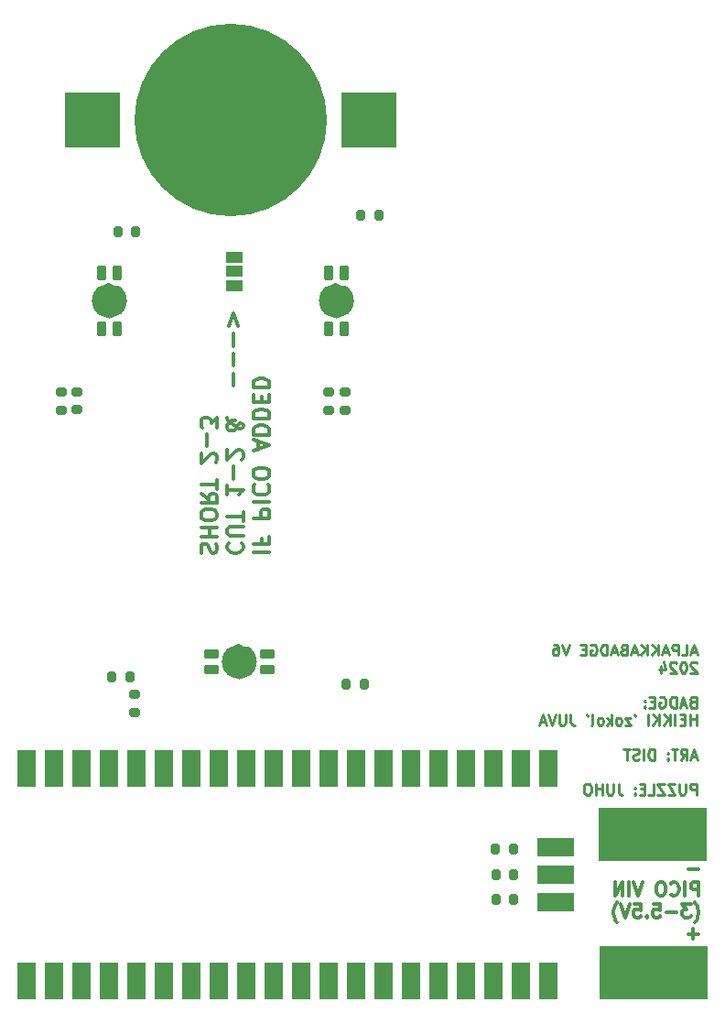
<source format=gbr>
%TF.GenerationSoftware,KiCad,Pcbnew,7.0.9*%
%TF.CreationDate,2024-01-25T10:25:39+02:00*%
%TF.ProjectId,ncscfi-badge2024,6e637363-6669-42d6-9261-646765323032,rev?*%
%TF.SameCoordinates,Original*%
%TF.FileFunction,Soldermask,Bot*%
%TF.FilePolarity,Negative*%
%FSLAX46Y46*%
G04 Gerber Fmt 4.6, Leading zero omitted, Abs format (unit mm)*
G04 Created by KiCad (PCBNEW 7.0.9) date 2024-01-25 10:25:39*
%MOMM*%
%LPD*%
G01*
G04 APERTURE LIST*
G04 Aperture macros list*
%AMRoundRect*
0 Rectangle with rounded corners*
0 $1 Rounding radius*
0 $2 $3 $4 $5 $6 $7 $8 $9 X,Y pos of 4 corners*
0 Add a 4 corners polygon primitive as box body*
4,1,4,$2,$3,$4,$5,$6,$7,$8,$9,$2,$3,0*
0 Add four circle primitives for the rounded corners*
1,1,$1+$1,$2,$3*
1,1,$1+$1,$4,$5*
1,1,$1+$1,$6,$7*
1,1,$1+$1,$8,$9*
0 Add four rect primitives between the rounded corners*
20,1,$1+$1,$2,$3,$4,$5,0*
20,1,$1+$1,$4,$5,$6,$7,0*
20,1,$1+$1,$6,$7,$8,$9,0*
20,1,$1+$1,$8,$9,$2,$3,0*%
G04 Aperture macros list end*
%ADD10C,0.300000*%
%ADD11C,0.250000*%
%ADD12C,1.650000*%
%ADD13R,1.500000X1.000000*%
%ADD14R,10.000000X5.000000*%
%ADD15RoundRect,0.200000X-0.275000X0.200000X-0.275000X-0.200000X0.275000X-0.200000X0.275000X0.200000X0*%
%ADD16RoundRect,0.200000X0.200000X0.275000X-0.200000X0.275000X-0.200000X-0.275000X0.200000X-0.275000X0*%
%ADD17RoundRect,0.200000X-0.200000X-0.275000X0.200000X-0.275000X0.200000X0.275000X-0.200000X0.275000X0*%
%ADD18R,3.500000X1.700000*%
%ADD19R,1.700000X3.500000*%
%ADD20RoundRect,0.100000X-0.300000X0.600000X-0.300000X-0.600000X0.300000X-0.600000X0.300000X0.600000X0*%
%ADD21RoundRect,0.100000X0.600000X0.300000X-0.600000X0.300000X-0.600000X-0.300000X0.600000X-0.300000X0*%
%ADD22R,5.100000X5.100000*%
%ADD23C,17.800000*%
G04 APERTURE END LIST*
D10*
X77705012Y-97917733D02*
X76752632Y-97917733D01*
X77705012Y-100406423D02*
X77705012Y-99156423D01*
X77705012Y-99156423D02*
X77228822Y-99156423D01*
X77228822Y-99156423D02*
X77109774Y-99215947D01*
X77109774Y-99215947D02*
X77050251Y-99275471D01*
X77050251Y-99275471D02*
X76990727Y-99394519D01*
X76990727Y-99394519D02*
X76990727Y-99573090D01*
X76990727Y-99573090D02*
X77050251Y-99692138D01*
X77050251Y-99692138D02*
X77109774Y-99751661D01*
X77109774Y-99751661D02*
X77228822Y-99811185D01*
X77228822Y-99811185D02*
X77705012Y-99811185D01*
X76455012Y-100406423D02*
X76455012Y-99156423D01*
X75145489Y-100287376D02*
X75205013Y-100346900D01*
X75205013Y-100346900D02*
X75383584Y-100406423D01*
X75383584Y-100406423D02*
X75502632Y-100406423D01*
X75502632Y-100406423D02*
X75681203Y-100346900D01*
X75681203Y-100346900D02*
X75800251Y-100227852D01*
X75800251Y-100227852D02*
X75859774Y-100108804D01*
X75859774Y-100108804D02*
X75919298Y-99870709D01*
X75919298Y-99870709D02*
X75919298Y-99692138D01*
X75919298Y-99692138D02*
X75859774Y-99454042D01*
X75859774Y-99454042D02*
X75800251Y-99334995D01*
X75800251Y-99334995D02*
X75681203Y-99215947D01*
X75681203Y-99215947D02*
X75502632Y-99156423D01*
X75502632Y-99156423D02*
X75383584Y-99156423D01*
X75383584Y-99156423D02*
X75205013Y-99215947D01*
X75205013Y-99215947D02*
X75145489Y-99275471D01*
X74371679Y-99156423D02*
X74133584Y-99156423D01*
X74133584Y-99156423D02*
X74014536Y-99215947D01*
X74014536Y-99215947D02*
X73895489Y-99334995D01*
X73895489Y-99334995D02*
X73835965Y-99573090D01*
X73835965Y-99573090D02*
X73835965Y-99989757D01*
X73835965Y-99989757D02*
X73895489Y-100227852D01*
X73895489Y-100227852D02*
X74014536Y-100346900D01*
X74014536Y-100346900D02*
X74133584Y-100406423D01*
X74133584Y-100406423D02*
X74371679Y-100406423D01*
X74371679Y-100406423D02*
X74490727Y-100346900D01*
X74490727Y-100346900D02*
X74609774Y-100227852D01*
X74609774Y-100227852D02*
X74669298Y-99989757D01*
X74669298Y-99989757D02*
X74669298Y-99573090D01*
X74669298Y-99573090D02*
X74609774Y-99334995D01*
X74609774Y-99334995D02*
X74490727Y-99215947D01*
X74490727Y-99215947D02*
X74371679Y-99156423D01*
X72526441Y-99156423D02*
X72109774Y-100406423D01*
X72109774Y-100406423D02*
X71693108Y-99156423D01*
X71276440Y-100406423D02*
X71276440Y-99156423D01*
X70681202Y-100406423D02*
X70681202Y-99156423D01*
X70681202Y-99156423D02*
X69966917Y-100406423D01*
X69966917Y-100406423D02*
X69966917Y-99156423D01*
X77347870Y-102895114D02*
X77407393Y-102835590D01*
X77407393Y-102835590D02*
X77526441Y-102657019D01*
X77526441Y-102657019D02*
X77585965Y-102537971D01*
X77585965Y-102537971D02*
X77645489Y-102359400D01*
X77645489Y-102359400D02*
X77705012Y-102061780D01*
X77705012Y-102061780D02*
X77705012Y-101823685D01*
X77705012Y-101823685D02*
X77645489Y-101526066D01*
X77645489Y-101526066D02*
X77585965Y-101347495D01*
X77585965Y-101347495D02*
X77526441Y-101228447D01*
X77526441Y-101228447D02*
X77407393Y-101049876D01*
X77407393Y-101049876D02*
X77347870Y-100990352D01*
X76990727Y-101168923D02*
X76216918Y-101168923D01*
X76216918Y-101168923D02*
X76633584Y-101645114D01*
X76633584Y-101645114D02*
X76455013Y-101645114D01*
X76455013Y-101645114D02*
X76335965Y-101704638D01*
X76335965Y-101704638D02*
X76276441Y-101764161D01*
X76276441Y-101764161D02*
X76216918Y-101883209D01*
X76216918Y-101883209D02*
X76216918Y-102180828D01*
X76216918Y-102180828D02*
X76276441Y-102299876D01*
X76276441Y-102299876D02*
X76335965Y-102359400D01*
X76335965Y-102359400D02*
X76455013Y-102418923D01*
X76455013Y-102418923D02*
X76812156Y-102418923D01*
X76812156Y-102418923D02*
X76931203Y-102359400D01*
X76931203Y-102359400D02*
X76990727Y-102299876D01*
X75681203Y-101942733D02*
X74728823Y-101942733D01*
X73538346Y-101168923D02*
X74133584Y-101168923D01*
X74133584Y-101168923D02*
X74193108Y-101764161D01*
X74193108Y-101764161D02*
X74133584Y-101704638D01*
X74133584Y-101704638D02*
X74014537Y-101645114D01*
X74014537Y-101645114D02*
X73716918Y-101645114D01*
X73716918Y-101645114D02*
X73597870Y-101704638D01*
X73597870Y-101704638D02*
X73538346Y-101764161D01*
X73538346Y-101764161D02*
X73478823Y-101883209D01*
X73478823Y-101883209D02*
X73478823Y-102180828D01*
X73478823Y-102180828D02*
X73538346Y-102299876D01*
X73538346Y-102299876D02*
X73597870Y-102359400D01*
X73597870Y-102359400D02*
X73716918Y-102418923D01*
X73716918Y-102418923D02*
X74014537Y-102418923D01*
X74014537Y-102418923D02*
X74133584Y-102359400D01*
X74133584Y-102359400D02*
X74193108Y-102299876D01*
X72943108Y-102299876D02*
X72883585Y-102359400D01*
X72883585Y-102359400D02*
X72943108Y-102418923D01*
X72943108Y-102418923D02*
X73002632Y-102359400D01*
X73002632Y-102359400D02*
X72943108Y-102299876D01*
X72943108Y-102299876D02*
X72943108Y-102418923D01*
X71752632Y-101168923D02*
X72347870Y-101168923D01*
X72347870Y-101168923D02*
X72407394Y-101764161D01*
X72407394Y-101764161D02*
X72347870Y-101704638D01*
X72347870Y-101704638D02*
X72228823Y-101645114D01*
X72228823Y-101645114D02*
X71931204Y-101645114D01*
X71931204Y-101645114D02*
X71812156Y-101704638D01*
X71812156Y-101704638D02*
X71752632Y-101764161D01*
X71752632Y-101764161D02*
X71693109Y-101883209D01*
X71693109Y-101883209D02*
X71693109Y-102180828D01*
X71693109Y-102180828D02*
X71752632Y-102299876D01*
X71752632Y-102299876D02*
X71812156Y-102359400D01*
X71812156Y-102359400D02*
X71931204Y-102418923D01*
X71931204Y-102418923D02*
X72228823Y-102418923D01*
X72228823Y-102418923D02*
X72347870Y-102359400D01*
X72347870Y-102359400D02*
X72407394Y-102299876D01*
X71335966Y-101168923D02*
X70919299Y-102418923D01*
X70919299Y-102418923D02*
X70502633Y-101168923D01*
X70205013Y-102895114D02*
X70145489Y-102835590D01*
X70145489Y-102835590D02*
X70026442Y-102657019D01*
X70026442Y-102657019D02*
X69966918Y-102537971D01*
X69966918Y-102537971D02*
X69907394Y-102359400D01*
X69907394Y-102359400D02*
X69847870Y-102061780D01*
X69847870Y-102061780D02*
X69847870Y-101823685D01*
X69847870Y-101823685D02*
X69907394Y-101526066D01*
X69907394Y-101526066D02*
X69966918Y-101347495D01*
X69966918Y-101347495D02*
X70026442Y-101228447D01*
X70026442Y-101228447D02*
X70145489Y-101049876D01*
X70145489Y-101049876D02*
X70205013Y-100990352D01*
X77705012Y-103955233D02*
X76752632Y-103955233D01*
X77228822Y-104431423D02*
X77228822Y-103479042D01*
X36529171Y-68645489D02*
X38029171Y-68645489D01*
X37314885Y-67431203D02*
X37314885Y-67931203D01*
X36529171Y-67931203D02*
X38029171Y-67931203D01*
X38029171Y-67931203D02*
X38029171Y-67216917D01*
X36529171Y-65502632D02*
X38029171Y-65502632D01*
X38029171Y-65502632D02*
X38029171Y-64931203D01*
X38029171Y-64931203D02*
X37957742Y-64788346D01*
X37957742Y-64788346D02*
X37886314Y-64716917D01*
X37886314Y-64716917D02*
X37743457Y-64645489D01*
X37743457Y-64645489D02*
X37529171Y-64645489D01*
X37529171Y-64645489D02*
X37386314Y-64716917D01*
X37386314Y-64716917D02*
X37314885Y-64788346D01*
X37314885Y-64788346D02*
X37243457Y-64931203D01*
X37243457Y-64931203D02*
X37243457Y-65502632D01*
X36529171Y-64002632D02*
X38029171Y-64002632D01*
X36672028Y-62431203D02*
X36600600Y-62502631D01*
X36600600Y-62502631D02*
X36529171Y-62716917D01*
X36529171Y-62716917D02*
X36529171Y-62859774D01*
X36529171Y-62859774D02*
X36600600Y-63074060D01*
X36600600Y-63074060D02*
X36743457Y-63216917D01*
X36743457Y-63216917D02*
X36886314Y-63288346D01*
X36886314Y-63288346D02*
X37172028Y-63359774D01*
X37172028Y-63359774D02*
X37386314Y-63359774D01*
X37386314Y-63359774D02*
X37672028Y-63288346D01*
X37672028Y-63288346D02*
X37814885Y-63216917D01*
X37814885Y-63216917D02*
X37957742Y-63074060D01*
X37957742Y-63074060D02*
X38029171Y-62859774D01*
X38029171Y-62859774D02*
X38029171Y-62716917D01*
X38029171Y-62716917D02*
X37957742Y-62502631D01*
X37957742Y-62502631D02*
X37886314Y-62431203D01*
X38029171Y-61502631D02*
X38029171Y-61216917D01*
X38029171Y-61216917D02*
X37957742Y-61074060D01*
X37957742Y-61074060D02*
X37814885Y-60931203D01*
X37814885Y-60931203D02*
X37529171Y-60859774D01*
X37529171Y-60859774D02*
X37029171Y-60859774D01*
X37029171Y-60859774D02*
X36743457Y-60931203D01*
X36743457Y-60931203D02*
X36600600Y-61074060D01*
X36600600Y-61074060D02*
X36529171Y-61216917D01*
X36529171Y-61216917D02*
X36529171Y-61502631D01*
X36529171Y-61502631D02*
X36600600Y-61645489D01*
X36600600Y-61645489D02*
X36743457Y-61788346D01*
X36743457Y-61788346D02*
X37029171Y-61859774D01*
X37029171Y-61859774D02*
X37529171Y-61859774D01*
X37529171Y-61859774D02*
X37814885Y-61788346D01*
X37814885Y-61788346D02*
X37957742Y-61645489D01*
X37957742Y-61645489D02*
X38029171Y-61502631D01*
X36957742Y-59145488D02*
X36957742Y-58431203D01*
X36529171Y-59288345D02*
X38029171Y-58788345D01*
X38029171Y-58788345D02*
X36529171Y-58288345D01*
X36529171Y-57788346D02*
X38029171Y-57788346D01*
X38029171Y-57788346D02*
X38029171Y-57431203D01*
X38029171Y-57431203D02*
X37957742Y-57216917D01*
X37957742Y-57216917D02*
X37814885Y-57074060D01*
X37814885Y-57074060D02*
X37672028Y-57002631D01*
X37672028Y-57002631D02*
X37386314Y-56931203D01*
X37386314Y-56931203D02*
X37172028Y-56931203D01*
X37172028Y-56931203D02*
X36886314Y-57002631D01*
X36886314Y-57002631D02*
X36743457Y-57074060D01*
X36743457Y-57074060D02*
X36600600Y-57216917D01*
X36600600Y-57216917D02*
X36529171Y-57431203D01*
X36529171Y-57431203D02*
X36529171Y-57788346D01*
X36529171Y-56288346D02*
X38029171Y-56288346D01*
X38029171Y-56288346D02*
X38029171Y-55931203D01*
X38029171Y-55931203D02*
X37957742Y-55716917D01*
X37957742Y-55716917D02*
X37814885Y-55574060D01*
X37814885Y-55574060D02*
X37672028Y-55502631D01*
X37672028Y-55502631D02*
X37386314Y-55431203D01*
X37386314Y-55431203D02*
X37172028Y-55431203D01*
X37172028Y-55431203D02*
X36886314Y-55502631D01*
X36886314Y-55502631D02*
X36743457Y-55574060D01*
X36743457Y-55574060D02*
X36600600Y-55716917D01*
X36600600Y-55716917D02*
X36529171Y-55931203D01*
X36529171Y-55931203D02*
X36529171Y-56288346D01*
X37314885Y-54788346D02*
X37314885Y-54288346D01*
X36529171Y-54074060D02*
X36529171Y-54788346D01*
X36529171Y-54788346D02*
X38029171Y-54788346D01*
X38029171Y-54788346D02*
X38029171Y-54074060D01*
X36529171Y-53431203D02*
X38029171Y-53431203D01*
X38029171Y-53431203D02*
X38029171Y-53074060D01*
X38029171Y-53074060D02*
X37957742Y-52859774D01*
X37957742Y-52859774D02*
X37814885Y-52716917D01*
X37814885Y-52716917D02*
X37672028Y-52645488D01*
X37672028Y-52645488D02*
X37386314Y-52574060D01*
X37386314Y-52574060D02*
X37172028Y-52574060D01*
X37172028Y-52574060D02*
X36886314Y-52645488D01*
X36886314Y-52645488D02*
X36743457Y-52716917D01*
X36743457Y-52716917D02*
X36600600Y-52859774D01*
X36600600Y-52859774D02*
X36529171Y-53074060D01*
X36529171Y-53074060D02*
X36529171Y-53431203D01*
X34257028Y-67788346D02*
X34185600Y-67859774D01*
X34185600Y-67859774D02*
X34114171Y-68074060D01*
X34114171Y-68074060D02*
X34114171Y-68216917D01*
X34114171Y-68216917D02*
X34185600Y-68431203D01*
X34185600Y-68431203D02*
X34328457Y-68574060D01*
X34328457Y-68574060D02*
X34471314Y-68645489D01*
X34471314Y-68645489D02*
X34757028Y-68716917D01*
X34757028Y-68716917D02*
X34971314Y-68716917D01*
X34971314Y-68716917D02*
X35257028Y-68645489D01*
X35257028Y-68645489D02*
X35399885Y-68574060D01*
X35399885Y-68574060D02*
X35542742Y-68431203D01*
X35542742Y-68431203D02*
X35614171Y-68216917D01*
X35614171Y-68216917D02*
X35614171Y-68074060D01*
X35614171Y-68074060D02*
X35542742Y-67859774D01*
X35542742Y-67859774D02*
X35471314Y-67788346D01*
X35614171Y-67145489D02*
X34399885Y-67145489D01*
X34399885Y-67145489D02*
X34257028Y-67074060D01*
X34257028Y-67074060D02*
X34185600Y-67002632D01*
X34185600Y-67002632D02*
X34114171Y-66859774D01*
X34114171Y-66859774D02*
X34114171Y-66574060D01*
X34114171Y-66574060D02*
X34185600Y-66431203D01*
X34185600Y-66431203D02*
X34257028Y-66359774D01*
X34257028Y-66359774D02*
X34399885Y-66288346D01*
X34399885Y-66288346D02*
X35614171Y-66288346D01*
X35614171Y-65788345D02*
X35614171Y-64931203D01*
X34114171Y-65359774D02*
X35614171Y-65359774D01*
X34114171Y-62502631D02*
X34114171Y-63359774D01*
X34114171Y-62931203D02*
X35614171Y-62931203D01*
X35614171Y-62931203D02*
X35399885Y-63074060D01*
X35399885Y-63074060D02*
X35257028Y-63216917D01*
X35257028Y-63216917D02*
X35185600Y-63359774D01*
X34685600Y-61859775D02*
X34685600Y-60716918D01*
X35471314Y-60074060D02*
X35542742Y-60002632D01*
X35542742Y-60002632D02*
X35614171Y-59859775D01*
X35614171Y-59859775D02*
X35614171Y-59502632D01*
X35614171Y-59502632D02*
X35542742Y-59359775D01*
X35542742Y-59359775D02*
X35471314Y-59288346D01*
X35471314Y-59288346D02*
X35328457Y-59216917D01*
X35328457Y-59216917D02*
X35185600Y-59216917D01*
X35185600Y-59216917D02*
X34971314Y-59288346D01*
X34971314Y-59288346D02*
X34114171Y-60145489D01*
X34114171Y-60145489D02*
X34114171Y-59216917D01*
X34114171Y-56216918D02*
X34114171Y-56288347D01*
X34114171Y-56288347D02*
X34185600Y-56431204D01*
X34185600Y-56431204D02*
X34399885Y-56645489D01*
X34399885Y-56645489D02*
X34828457Y-57002632D01*
X34828457Y-57002632D02*
X35042742Y-57145489D01*
X35042742Y-57145489D02*
X35257028Y-57216918D01*
X35257028Y-57216918D02*
X35399885Y-57216918D01*
X35399885Y-57216918D02*
X35542742Y-57145489D01*
X35542742Y-57145489D02*
X35614171Y-57002632D01*
X35614171Y-57002632D02*
X35614171Y-56931204D01*
X35614171Y-56931204D02*
X35542742Y-56788347D01*
X35542742Y-56788347D02*
X35399885Y-56716918D01*
X35399885Y-56716918D02*
X35328457Y-56716918D01*
X35328457Y-56716918D02*
X35185600Y-56788347D01*
X35185600Y-56788347D02*
X35114171Y-56859775D01*
X35114171Y-56859775D02*
X34828457Y-57288347D01*
X34828457Y-57288347D02*
X34757028Y-57359775D01*
X34757028Y-57359775D02*
X34614171Y-57431204D01*
X34614171Y-57431204D02*
X34399885Y-57431204D01*
X34399885Y-57431204D02*
X34257028Y-57359775D01*
X34257028Y-57359775D02*
X34185600Y-57288347D01*
X34185600Y-57288347D02*
X34114171Y-57145489D01*
X34114171Y-57145489D02*
X34114171Y-56931204D01*
X34114171Y-56931204D02*
X34185600Y-56788347D01*
X34185600Y-56788347D02*
X34257028Y-56716918D01*
X34257028Y-56716918D02*
X34542742Y-56502632D01*
X34542742Y-56502632D02*
X34757028Y-56431204D01*
X34757028Y-56431204D02*
X34899885Y-56431204D01*
X34685600Y-53288347D02*
X34685600Y-52145490D01*
X34685600Y-51431204D02*
X34685600Y-50288347D01*
X34685600Y-49574061D02*
X34685600Y-48431204D01*
X35114171Y-47716918D02*
X34685600Y-46574061D01*
X34685600Y-46574061D02*
X34257028Y-47716918D01*
X31770600Y-68716917D02*
X31699171Y-68502632D01*
X31699171Y-68502632D02*
X31699171Y-68145489D01*
X31699171Y-68145489D02*
X31770600Y-68002632D01*
X31770600Y-68002632D02*
X31842028Y-67931203D01*
X31842028Y-67931203D02*
X31984885Y-67859774D01*
X31984885Y-67859774D02*
X32127742Y-67859774D01*
X32127742Y-67859774D02*
X32270600Y-67931203D01*
X32270600Y-67931203D02*
X32342028Y-68002632D01*
X32342028Y-68002632D02*
X32413457Y-68145489D01*
X32413457Y-68145489D02*
X32484885Y-68431203D01*
X32484885Y-68431203D02*
X32556314Y-68574060D01*
X32556314Y-68574060D02*
X32627742Y-68645489D01*
X32627742Y-68645489D02*
X32770600Y-68716917D01*
X32770600Y-68716917D02*
X32913457Y-68716917D01*
X32913457Y-68716917D02*
X33056314Y-68645489D01*
X33056314Y-68645489D02*
X33127742Y-68574060D01*
X33127742Y-68574060D02*
X33199171Y-68431203D01*
X33199171Y-68431203D02*
X33199171Y-68074060D01*
X33199171Y-68074060D02*
X33127742Y-67859774D01*
X31699171Y-67216918D02*
X33199171Y-67216918D01*
X32484885Y-67216918D02*
X32484885Y-66359775D01*
X31699171Y-66359775D02*
X33199171Y-66359775D01*
X33199171Y-65359774D02*
X33199171Y-65074060D01*
X33199171Y-65074060D02*
X33127742Y-64931203D01*
X33127742Y-64931203D02*
X32984885Y-64788346D01*
X32984885Y-64788346D02*
X32699171Y-64716917D01*
X32699171Y-64716917D02*
X32199171Y-64716917D01*
X32199171Y-64716917D02*
X31913457Y-64788346D01*
X31913457Y-64788346D02*
X31770600Y-64931203D01*
X31770600Y-64931203D02*
X31699171Y-65074060D01*
X31699171Y-65074060D02*
X31699171Y-65359774D01*
X31699171Y-65359774D02*
X31770600Y-65502632D01*
X31770600Y-65502632D02*
X31913457Y-65645489D01*
X31913457Y-65645489D02*
X32199171Y-65716917D01*
X32199171Y-65716917D02*
X32699171Y-65716917D01*
X32699171Y-65716917D02*
X32984885Y-65645489D01*
X32984885Y-65645489D02*
X33127742Y-65502632D01*
X33127742Y-65502632D02*
X33199171Y-65359774D01*
X31699171Y-63216917D02*
X32413457Y-63716917D01*
X31699171Y-64074060D02*
X33199171Y-64074060D01*
X33199171Y-64074060D02*
X33199171Y-63502631D01*
X33199171Y-63502631D02*
X33127742Y-63359774D01*
X33127742Y-63359774D02*
X33056314Y-63288345D01*
X33056314Y-63288345D02*
X32913457Y-63216917D01*
X32913457Y-63216917D02*
X32699171Y-63216917D01*
X32699171Y-63216917D02*
X32556314Y-63288345D01*
X32556314Y-63288345D02*
X32484885Y-63359774D01*
X32484885Y-63359774D02*
X32413457Y-63502631D01*
X32413457Y-63502631D02*
X32413457Y-64074060D01*
X33199171Y-62788345D02*
X33199171Y-61931203D01*
X31699171Y-62359774D02*
X33199171Y-62359774D01*
X33056314Y-60359774D02*
X33127742Y-60288346D01*
X33127742Y-60288346D02*
X33199171Y-60145489D01*
X33199171Y-60145489D02*
X33199171Y-59788346D01*
X33199171Y-59788346D02*
X33127742Y-59645489D01*
X33127742Y-59645489D02*
X33056314Y-59574060D01*
X33056314Y-59574060D02*
X32913457Y-59502631D01*
X32913457Y-59502631D02*
X32770600Y-59502631D01*
X32770600Y-59502631D02*
X32556314Y-59574060D01*
X32556314Y-59574060D02*
X31699171Y-60431203D01*
X31699171Y-60431203D02*
X31699171Y-59502631D01*
X32270600Y-58859775D02*
X32270600Y-57716918D01*
X33199171Y-57145489D02*
X33199171Y-56216917D01*
X33199171Y-56216917D02*
X32627742Y-56716917D01*
X32627742Y-56716917D02*
X32627742Y-56502632D01*
X32627742Y-56502632D02*
X32556314Y-56359775D01*
X32556314Y-56359775D02*
X32484885Y-56288346D01*
X32484885Y-56288346D02*
X32342028Y-56216917D01*
X32342028Y-56216917D02*
X31984885Y-56216917D01*
X31984885Y-56216917D02*
X31842028Y-56288346D01*
X31842028Y-56288346D02*
X31770600Y-56359775D01*
X31770600Y-56359775D02*
X31699171Y-56502632D01*
X31699171Y-56502632D02*
X31699171Y-56931203D01*
X31699171Y-56931203D02*
X31770600Y-57074060D01*
X31770600Y-57074060D02*
X31842028Y-57145489D01*
D11*
X77545050Y-77898904D02*
X77068860Y-77898904D01*
X77640288Y-78184619D02*
X77306955Y-77184619D01*
X77306955Y-77184619D02*
X76973622Y-78184619D01*
X76164098Y-78184619D02*
X76640288Y-78184619D01*
X76640288Y-78184619D02*
X76640288Y-77184619D01*
X75830764Y-78184619D02*
X75830764Y-77184619D01*
X75830764Y-77184619D02*
X75449812Y-77184619D01*
X75449812Y-77184619D02*
X75354574Y-77232238D01*
X75354574Y-77232238D02*
X75306955Y-77279857D01*
X75306955Y-77279857D02*
X75259336Y-77375095D01*
X75259336Y-77375095D02*
X75259336Y-77517952D01*
X75259336Y-77517952D02*
X75306955Y-77613190D01*
X75306955Y-77613190D02*
X75354574Y-77660809D01*
X75354574Y-77660809D02*
X75449812Y-77708428D01*
X75449812Y-77708428D02*
X75830764Y-77708428D01*
X74878383Y-77898904D02*
X74402193Y-77898904D01*
X74973621Y-78184619D02*
X74640288Y-77184619D01*
X74640288Y-77184619D02*
X74306955Y-78184619D01*
X73973621Y-78184619D02*
X73973621Y-77184619D01*
X73402193Y-78184619D02*
X73830764Y-77613190D01*
X73402193Y-77184619D02*
X73973621Y-77756047D01*
X72973621Y-78184619D02*
X72973621Y-77184619D01*
X72402193Y-78184619D02*
X72830764Y-77613190D01*
X72402193Y-77184619D02*
X72973621Y-77756047D01*
X72021240Y-77898904D02*
X71545050Y-77898904D01*
X72116478Y-78184619D02*
X71783145Y-77184619D01*
X71783145Y-77184619D02*
X71449812Y-78184619D01*
X70783145Y-77660809D02*
X70640288Y-77708428D01*
X70640288Y-77708428D02*
X70592669Y-77756047D01*
X70592669Y-77756047D02*
X70545050Y-77851285D01*
X70545050Y-77851285D02*
X70545050Y-77994142D01*
X70545050Y-77994142D02*
X70592669Y-78089380D01*
X70592669Y-78089380D02*
X70640288Y-78137000D01*
X70640288Y-78137000D02*
X70735526Y-78184619D01*
X70735526Y-78184619D02*
X71116478Y-78184619D01*
X71116478Y-78184619D02*
X71116478Y-77184619D01*
X71116478Y-77184619D02*
X70783145Y-77184619D01*
X70783145Y-77184619D02*
X70687907Y-77232238D01*
X70687907Y-77232238D02*
X70640288Y-77279857D01*
X70640288Y-77279857D02*
X70592669Y-77375095D01*
X70592669Y-77375095D02*
X70592669Y-77470333D01*
X70592669Y-77470333D02*
X70640288Y-77565571D01*
X70640288Y-77565571D02*
X70687907Y-77613190D01*
X70687907Y-77613190D02*
X70783145Y-77660809D01*
X70783145Y-77660809D02*
X71116478Y-77660809D01*
X70164097Y-77898904D02*
X69687907Y-77898904D01*
X70259335Y-78184619D02*
X69926002Y-77184619D01*
X69926002Y-77184619D02*
X69592669Y-78184619D01*
X69259335Y-78184619D02*
X69259335Y-77184619D01*
X69259335Y-77184619D02*
X69021240Y-77184619D01*
X69021240Y-77184619D02*
X68878383Y-77232238D01*
X68878383Y-77232238D02*
X68783145Y-77327476D01*
X68783145Y-77327476D02*
X68735526Y-77422714D01*
X68735526Y-77422714D02*
X68687907Y-77613190D01*
X68687907Y-77613190D02*
X68687907Y-77756047D01*
X68687907Y-77756047D02*
X68735526Y-77946523D01*
X68735526Y-77946523D02*
X68783145Y-78041761D01*
X68783145Y-78041761D02*
X68878383Y-78137000D01*
X68878383Y-78137000D02*
X69021240Y-78184619D01*
X69021240Y-78184619D02*
X69259335Y-78184619D01*
X67735526Y-77232238D02*
X67830764Y-77184619D01*
X67830764Y-77184619D02*
X67973621Y-77184619D01*
X67973621Y-77184619D02*
X68116478Y-77232238D01*
X68116478Y-77232238D02*
X68211716Y-77327476D01*
X68211716Y-77327476D02*
X68259335Y-77422714D01*
X68259335Y-77422714D02*
X68306954Y-77613190D01*
X68306954Y-77613190D02*
X68306954Y-77756047D01*
X68306954Y-77756047D02*
X68259335Y-77946523D01*
X68259335Y-77946523D02*
X68211716Y-78041761D01*
X68211716Y-78041761D02*
X68116478Y-78137000D01*
X68116478Y-78137000D02*
X67973621Y-78184619D01*
X67973621Y-78184619D02*
X67878383Y-78184619D01*
X67878383Y-78184619D02*
X67735526Y-78137000D01*
X67735526Y-78137000D02*
X67687907Y-78089380D01*
X67687907Y-78089380D02*
X67687907Y-77756047D01*
X67687907Y-77756047D02*
X67878383Y-77756047D01*
X67259335Y-77660809D02*
X66926002Y-77660809D01*
X66783145Y-78184619D02*
X67259335Y-78184619D01*
X67259335Y-78184619D02*
X67259335Y-77184619D01*
X67259335Y-77184619D02*
X66783145Y-77184619D01*
X65735525Y-77184619D02*
X65402192Y-78184619D01*
X65402192Y-78184619D02*
X65068859Y-77184619D01*
X64306954Y-77184619D02*
X64497430Y-77184619D01*
X64497430Y-77184619D02*
X64592668Y-77232238D01*
X64592668Y-77232238D02*
X64640287Y-77279857D01*
X64640287Y-77279857D02*
X64735525Y-77422714D01*
X64735525Y-77422714D02*
X64783144Y-77613190D01*
X64783144Y-77613190D02*
X64783144Y-77994142D01*
X64783144Y-77994142D02*
X64735525Y-78089380D01*
X64735525Y-78089380D02*
X64687906Y-78137000D01*
X64687906Y-78137000D02*
X64592668Y-78184619D01*
X64592668Y-78184619D02*
X64402192Y-78184619D01*
X64402192Y-78184619D02*
X64306954Y-78137000D01*
X64306954Y-78137000D02*
X64259335Y-78089380D01*
X64259335Y-78089380D02*
X64211716Y-77994142D01*
X64211716Y-77994142D02*
X64211716Y-77756047D01*
X64211716Y-77756047D02*
X64259335Y-77660809D01*
X64259335Y-77660809D02*
X64306954Y-77613190D01*
X64306954Y-77613190D02*
X64402192Y-77565571D01*
X64402192Y-77565571D02*
X64592668Y-77565571D01*
X64592668Y-77565571D02*
X64687906Y-77613190D01*
X64687906Y-77613190D02*
X64735525Y-77660809D01*
X64735525Y-77660809D02*
X64783144Y-77756047D01*
X77545050Y-78889857D02*
X77497431Y-78842238D01*
X77497431Y-78842238D02*
X77402193Y-78794619D01*
X77402193Y-78794619D02*
X77164098Y-78794619D01*
X77164098Y-78794619D02*
X77068860Y-78842238D01*
X77068860Y-78842238D02*
X77021241Y-78889857D01*
X77021241Y-78889857D02*
X76973622Y-78985095D01*
X76973622Y-78985095D02*
X76973622Y-79080333D01*
X76973622Y-79080333D02*
X77021241Y-79223190D01*
X77021241Y-79223190D02*
X77592669Y-79794619D01*
X77592669Y-79794619D02*
X76973622Y-79794619D01*
X76354574Y-78794619D02*
X76259336Y-78794619D01*
X76259336Y-78794619D02*
X76164098Y-78842238D01*
X76164098Y-78842238D02*
X76116479Y-78889857D01*
X76116479Y-78889857D02*
X76068860Y-78985095D01*
X76068860Y-78985095D02*
X76021241Y-79175571D01*
X76021241Y-79175571D02*
X76021241Y-79413666D01*
X76021241Y-79413666D02*
X76068860Y-79604142D01*
X76068860Y-79604142D02*
X76116479Y-79699380D01*
X76116479Y-79699380D02*
X76164098Y-79747000D01*
X76164098Y-79747000D02*
X76259336Y-79794619D01*
X76259336Y-79794619D02*
X76354574Y-79794619D01*
X76354574Y-79794619D02*
X76449812Y-79747000D01*
X76449812Y-79747000D02*
X76497431Y-79699380D01*
X76497431Y-79699380D02*
X76545050Y-79604142D01*
X76545050Y-79604142D02*
X76592669Y-79413666D01*
X76592669Y-79413666D02*
X76592669Y-79175571D01*
X76592669Y-79175571D02*
X76545050Y-78985095D01*
X76545050Y-78985095D02*
X76497431Y-78889857D01*
X76497431Y-78889857D02*
X76449812Y-78842238D01*
X76449812Y-78842238D02*
X76354574Y-78794619D01*
X75640288Y-78889857D02*
X75592669Y-78842238D01*
X75592669Y-78842238D02*
X75497431Y-78794619D01*
X75497431Y-78794619D02*
X75259336Y-78794619D01*
X75259336Y-78794619D02*
X75164098Y-78842238D01*
X75164098Y-78842238D02*
X75116479Y-78889857D01*
X75116479Y-78889857D02*
X75068860Y-78985095D01*
X75068860Y-78985095D02*
X75068860Y-79080333D01*
X75068860Y-79080333D02*
X75116479Y-79223190D01*
X75116479Y-79223190D02*
X75687907Y-79794619D01*
X75687907Y-79794619D02*
X75068860Y-79794619D01*
X74211717Y-79127952D02*
X74211717Y-79794619D01*
X74449812Y-78747000D02*
X74687907Y-79461285D01*
X74687907Y-79461285D02*
X74068860Y-79461285D01*
X77164098Y-82490809D02*
X77021241Y-82538428D01*
X77021241Y-82538428D02*
X76973622Y-82586047D01*
X76973622Y-82586047D02*
X76926003Y-82681285D01*
X76926003Y-82681285D02*
X76926003Y-82824142D01*
X76926003Y-82824142D02*
X76973622Y-82919380D01*
X76973622Y-82919380D02*
X77021241Y-82967000D01*
X77021241Y-82967000D02*
X77116479Y-83014619D01*
X77116479Y-83014619D02*
X77497431Y-83014619D01*
X77497431Y-83014619D02*
X77497431Y-82014619D01*
X77497431Y-82014619D02*
X77164098Y-82014619D01*
X77164098Y-82014619D02*
X77068860Y-82062238D01*
X77068860Y-82062238D02*
X77021241Y-82109857D01*
X77021241Y-82109857D02*
X76973622Y-82205095D01*
X76973622Y-82205095D02*
X76973622Y-82300333D01*
X76973622Y-82300333D02*
X77021241Y-82395571D01*
X77021241Y-82395571D02*
X77068860Y-82443190D01*
X77068860Y-82443190D02*
X77164098Y-82490809D01*
X77164098Y-82490809D02*
X77497431Y-82490809D01*
X76545050Y-82728904D02*
X76068860Y-82728904D01*
X76640288Y-83014619D02*
X76306955Y-82014619D01*
X76306955Y-82014619D02*
X75973622Y-83014619D01*
X75640288Y-83014619D02*
X75640288Y-82014619D01*
X75640288Y-82014619D02*
X75402193Y-82014619D01*
X75402193Y-82014619D02*
X75259336Y-82062238D01*
X75259336Y-82062238D02*
X75164098Y-82157476D01*
X75164098Y-82157476D02*
X75116479Y-82252714D01*
X75116479Y-82252714D02*
X75068860Y-82443190D01*
X75068860Y-82443190D02*
X75068860Y-82586047D01*
X75068860Y-82586047D02*
X75116479Y-82776523D01*
X75116479Y-82776523D02*
X75164098Y-82871761D01*
X75164098Y-82871761D02*
X75259336Y-82967000D01*
X75259336Y-82967000D02*
X75402193Y-83014619D01*
X75402193Y-83014619D02*
X75640288Y-83014619D01*
X74116479Y-82062238D02*
X74211717Y-82014619D01*
X74211717Y-82014619D02*
X74354574Y-82014619D01*
X74354574Y-82014619D02*
X74497431Y-82062238D01*
X74497431Y-82062238D02*
X74592669Y-82157476D01*
X74592669Y-82157476D02*
X74640288Y-82252714D01*
X74640288Y-82252714D02*
X74687907Y-82443190D01*
X74687907Y-82443190D02*
X74687907Y-82586047D01*
X74687907Y-82586047D02*
X74640288Y-82776523D01*
X74640288Y-82776523D02*
X74592669Y-82871761D01*
X74592669Y-82871761D02*
X74497431Y-82967000D01*
X74497431Y-82967000D02*
X74354574Y-83014619D01*
X74354574Y-83014619D02*
X74259336Y-83014619D01*
X74259336Y-83014619D02*
X74116479Y-82967000D01*
X74116479Y-82967000D02*
X74068860Y-82919380D01*
X74068860Y-82919380D02*
X74068860Y-82586047D01*
X74068860Y-82586047D02*
X74259336Y-82586047D01*
X73640288Y-82490809D02*
X73306955Y-82490809D01*
X73164098Y-83014619D02*
X73640288Y-83014619D01*
X73640288Y-83014619D02*
X73640288Y-82014619D01*
X73640288Y-82014619D02*
X73164098Y-82014619D01*
X72735526Y-82919380D02*
X72687907Y-82967000D01*
X72687907Y-82967000D02*
X72735526Y-83014619D01*
X72735526Y-83014619D02*
X72783145Y-82967000D01*
X72783145Y-82967000D02*
X72735526Y-82919380D01*
X72735526Y-82919380D02*
X72735526Y-83014619D01*
X72735526Y-82395571D02*
X72687907Y-82443190D01*
X72687907Y-82443190D02*
X72735526Y-82490809D01*
X72735526Y-82490809D02*
X72783145Y-82443190D01*
X72783145Y-82443190D02*
X72735526Y-82395571D01*
X72735526Y-82395571D02*
X72735526Y-82490809D01*
X77497431Y-84624619D02*
X77497431Y-83624619D01*
X77497431Y-84100809D02*
X76926003Y-84100809D01*
X76926003Y-84624619D02*
X76926003Y-83624619D01*
X76449812Y-84100809D02*
X76116479Y-84100809D01*
X75973622Y-84624619D02*
X76449812Y-84624619D01*
X76449812Y-84624619D02*
X76449812Y-83624619D01*
X76449812Y-83624619D02*
X75973622Y-83624619D01*
X75545050Y-84624619D02*
X75545050Y-83624619D01*
X75068860Y-84624619D02*
X75068860Y-83624619D01*
X74497432Y-84624619D02*
X74926003Y-84053190D01*
X74497432Y-83624619D02*
X75068860Y-84196047D01*
X74068860Y-84624619D02*
X74068860Y-83624619D01*
X73497432Y-84624619D02*
X73926003Y-84053190D01*
X73497432Y-83624619D02*
X74068860Y-84196047D01*
X73068860Y-84624619D02*
X73068860Y-83624619D01*
X71783146Y-83624619D02*
X71878384Y-83815095D01*
X71449813Y-83957952D02*
X70926004Y-83957952D01*
X70926004Y-83957952D02*
X71449813Y-84624619D01*
X71449813Y-84624619D02*
X70926004Y-84624619D01*
X70402194Y-84624619D02*
X70497432Y-84577000D01*
X70497432Y-84577000D02*
X70545051Y-84529380D01*
X70545051Y-84529380D02*
X70592670Y-84434142D01*
X70592670Y-84434142D02*
X70592670Y-84148428D01*
X70592670Y-84148428D02*
X70545051Y-84053190D01*
X70545051Y-84053190D02*
X70497432Y-84005571D01*
X70497432Y-84005571D02*
X70402194Y-83957952D01*
X70402194Y-83957952D02*
X70259337Y-83957952D01*
X70259337Y-83957952D02*
X70164099Y-84005571D01*
X70164099Y-84005571D02*
X70116480Y-84053190D01*
X70116480Y-84053190D02*
X70068861Y-84148428D01*
X70068861Y-84148428D02*
X70068861Y-84434142D01*
X70068861Y-84434142D02*
X70116480Y-84529380D01*
X70116480Y-84529380D02*
X70164099Y-84577000D01*
X70164099Y-84577000D02*
X70259337Y-84624619D01*
X70259337Y-84624619D02*
X70402194Y-84624619D01*
X69640289Y-84624619D02*
X69640289Y-83624619D01*
X69545051Y-84243666D02*
X69259337Y-84624619D01*
X69259337Y-83957952D02*
X69640289Y-84338904D01*
X68687908Y-84624619D02*
X68783146Y-84577000D01*
X68783146Y-84577000D02*
X68830765Y-84529380D01*
X68830765Y-84529380D02*
X68878384Y-84434142D01*
X68878384Y-84434142D02*
X68878384Y-84148428D01*
X68878384Y-84148428D02*
X68830765Y-84053190D01*
X68830765Y-84053190D02*
X68783146Y-84005571D01*
X68783146Y-84005571D02*
X68687908Y-83957952D01*
X68687908Y-83957952D02*
X68545051Y-83957952D01*
X68545051Y-83957952D02*
X68449813Y-84005571D01*
X68449813Y-84005571D02*
X68402194Y-84053190D01*
X68402194Y-84053190D02*
X68354575Y-84148428D01*
X68354575Y-84148428D02*
X68354575Y-84434142D01*
X68354575Y-84434142D02*
X68402194Y-84529380D01*
X68402194Y-84529380D02*
X68449813Y-84577000D01*
X68449813Y-84577000D02*
X68545051Y-84624619D01*
X68545051Y-84624619D02*
X68687908Y-84624619D01*
X67783146Y-84624619D02*
X67878384Y-84577000D01*
X67878384Y-84577000D02*
X67926003Y-84481761D01*
X67926003Y-84481761D02*
X67926003Y-83624619D01*
X67354574Y-83624619D02*
X67449812Y-83815095D01*
X65878384Y-83624619D02*
X65878384Y-84338904D01*
X65878384Y-84338904D02*
X65926003Y-84481761D01*
X65926003Y-84481761D02*
X66021241Y-84577000D01*
X66021241Y-84577000D02*
X66164098Y-84624619D01*
X66164098Y-84624619D02*
X66259336Y-84624619D01*
X65402193Y-83624619D02*
X65402193Y-84434142D01*
X65402193Y-84434142D02*
X65354574Y-84529380D01*
X65354574Y-84529380D02*
X65306955Y-84577000D01*
X65306955Y-84577000D02*
X65211717Y-84624619D01*
X65211717Y-84624619D02*
X65021241Y-84624619D01*
X65021241Y-84624619D02*
X64926003Y-84577000D01*
X64926003Y-84577000D02*
X64878384Y-84529380D01*
X64878384Y-84529380D02*
X64830765Y-84434142D01*
X64830765Y-84434142D02*
X64830765Y-83624619D01*
X64497431Y-83624619D02*
X64164098Y-84624619D01*
X64164098Y-84624619D02*
X63830765Y-83624619D01*
X63545050Y-84338904D02*
X63068860Y-84338904D01*
X63640288Y-84624619D02*
X63306955Y-83624619D01*
X63306955Y-83624619D02*
X62973622Y-84624619D01*
X77545050Y-87558904D02*
X77068860Y-87558904D01*
X77640288Y-87844619D02*
X77306955Y-86844619D01*
X77306955Y-86844619D02*
X76973622Y-87844619D01*
X76068860Y-87844619D02*
X76402193Y-87368428D01*
X76640288Y-87844619D02*
X76640288Y-86844619D01*
X76640288Y-86844619D02*
X76259336Y-86844619D01*
X76259336Y-86844619D02*
X76164098Y-86892238D01*
X76164098Y-86892238D02*
X76116479Y-86939857D01*
X76116479Y-86939857D02*
X76068860Y-87035095D01*
X76068860Y-87035095D02*
X76068860Y-87177952D01*
X76068860Y-87177952D02*
X76116479Y-87273190D01*
X76116479Y-87273190D02*
X76164098Y-87320809D01*
X76164098Y-87320809D02*
X76259336Y-87368428D01*
X76259336Y-87368428D02*
X76640288Y-87368428D01*
X75783145Y-86844619D02*
X75211717Y-86844619D01*
X75497431Y-87844619D02*
X75497431Y-86844619D01*
X74878383Y-87749380D02*
X74830764Y-87797000D01*
X74830764Y-87797000D02*
X74878383Y-87844619D01*
X74878383Y-87844619D02*
X74926002Y-87797000D01*
X74926002Y-87797000D02*
X74878383Y-87749380D01*
X74878383Y-87749380D02*
X74878383Y-87844619D01*
X74878383Y-87225571D02*
X74830764Y-87273190D01*
X74830764Y-87273190D02*
X74878383Y-87320809D01*
X74878383Y-87320809D02*
X74926002Y-87273190D01*
X74926002Y-87273190D02*
X74878383Y-87225571D01*
X74878383Y-87225571D02*
X74878383Y-87320809D01*
X73640288Y-87844619D02*
X73640288Y-86844619D01*
X73640288Y-86844619D02*
X73402193Y-86844619D01*
X73402193Y-86844619D02*
X73259336Y-86892238D01*
X73259336Y-86892238D02*
X73164098Y-86987476D01*
X73164098Y-86987476D02*
X73116479Y-87082714D01*
X73116479Y-87082714D02*
X73068860Y-87273190D01*
X73068860Y-87273190D02*
X73068860Y-87416047D01*
X73068860Y-87416047D02*
X73116479Y-87606523D01*
X73116479Y-87606523D02*
X73164098Y-87701761D01*
X73164098Y-87701761D02*
X73259336Y-87797000D01*
X73259336Y-87797000D02*
X73402193Y-87844619D01*
X73402193Y-87844619D02*
X73640288Y-87844619D01*
X72640288Y-87844619D02*
X72640288Y-86844619D01*
X72211717Y-87797000D02*
X72068860Y-87844619D01*
X72068860Y-87844619D02*
X71830765Y-87844619D01*
X71830765Y-87844619D02*
X71735527Y-87797000D01*
X71735527Y-87797000D02*
X71687908Y-87749380D01*
X71687908Y-87749380D02*
X71640289Y-87654142D01*
X71640289Y-87654142D02*
X71640289Y-87558904D01*
X71640289Y-87558904D02*
X71687908Y-87463666D01*
X71687908Y-87463666D02*
X71735527Y-87416047D01*
X71735527Y-87416047D02*
X71830765Y-87368428D01*
X71830765Y-87368428D02*
X72021241Y-87320809D01*
X72021241Y-87320809D02*
X72116479Y-87273190D01*
X72116479Y-87273190D02*
X72164098Y-87225571D01*
X72164098Y-87225571D02*
X72211717Y-87130333D01*
X72211717Y-87130333D02*
X72211717Y-87035095D01*
X72211717Y-87035095D02*
X72164098Y-86939857D01*
X72164098Y-86939857D02*
X72116479Y-86892238D01*
X72116479Y-86892238D02*
X72021241Y-86844619D01*
X72021241Y-86844619D02*
X71783146Y-86844619D01*
X71783146Y-86844619D02*
X71640289Y-86892238D01*
X71354574Y-86844619D02*
X70783146Y-86844619D01*
X71068860Y-87844619D02*
X71068860Y-86844619D01*
X77497431Y-91064619D02*
X77497431Y-90064619D01*
X77497431Y-90064619D02*
X77116479Y-90064619D01*
X77116479Y-90064619D02*
X77021241Y-90112238D01*
X77021241Y-90112238D02*
X76973622Y-90159857D01*
X76973622Y-90159857D02*
X76926003Y-90255095D01*
X76926003Y-90255095D02*
X76926003Y-90397952D01*
X76926003Y-90397952D02*
X76973622Y-90493190D01*
X76973622Y-90493190D02*
X77021241Y-90540809D01*
X77021241Y-90540809D02*
X77116479Y-90588428D01*
X77116479Y-90588428D02*
X77497431Y-90588428D01*
X76497431Y-90064619D02*
X76497431Y-90874142D01*
X76497431Y-90874142D02*
X76449812Y-90969380D01*
X76449812Y-90969380D02*
X76402193Y-91017000D01*
X76402193Y-91017000D02*
X76306955Y-91064619D01*
X76306955Y-91064619D02*
X76116479Y-91064619D01*
X76116479Y-91064619D02*
X76021241Y-91017000D01*
X76021241Y-91017000D02*
X75973622Y-90969380D01*
X75973622Y-90969380D02*
X75926003Y-90874142D01*
X75926003Y-90874142D02*
X75926003Y-90064619D01*
X75545050Y-90064619D02*
X74878384Y-90064619D01*
X74878384Y-90064619D02*
X75545050Y-91064619D01*
X75545050Y-91064619D02*
X74878384Y-91064619D01*
X74592669Y-90064619D02*
X73926003Y-90064619D01*
X73926003Y-90064619D02*
X74592669Y-91064619D01*
X74592669Y-91064619D02*
X73926003Y-91064619D01*
X73068860Y-91064619D02*
X73545050Y-91064619D01*
X73545050Y-91064619D02*
X73545050Y-90064619D01*
X72735526Y-90540809D02*
X72402193Y-90540809D01*
X72259336Y-91064619D02*
X72735526Y-91064619D01*
X72735526Y-91064619D02*
X72735526Y-90064619D01*
X72735526Y-90064619D02*
X72259336Y-90064619D01*
X71830764Y-90969380D02*
X71783145Y-91017000D01*
X71783145Y-91017000D02*
X71830764Y-91064619D01*
X71830764Y-91064619D02*
X71878383Y-91017000D01*
X71878383Y-91017000D02*
X71830764Y-90969380D01*
X71830764Y-90969380D02*
X71830764Y-91064619D01*
X71830764Y-90445571D02*
X71783145Y-90493190D01*
X71783145Y-90493190D02*
X71830764Y-90540809D01*
X71830764Y-90540809D02*
X71878383Y-90493190D01*
X71878383Y-90493190D02*
X71830764Y-90445571D01*
X71830764Y-90445571D02*
X71830764Y-90540809D01*
X70306955Y-90064619D02*
X70306955Y-90778904D01*
X70306955Y-90778904D02*
X70354574Y-90921761D01*
X70354574Y-90921761D02*
X70449812Y-91017000D01*
X70449812Y-91017000D02*
X70592669Y-91064619D01*
X70592669Y-91064619D02*
X70687907Y-91064619D01*
X69830764Y-90064619D02*
X69830764Y-90874142D01*
X69830764Y-90874142D02*
X69783145Y-90969380D01*
X69783145Y-90969380D02*
X69735526Y-91017000D01*
X69735526Y-91017000D02*
X69640288Y-91064619D01*
X69640288Y-91064619D02*
X69449812Y-91064619D01*
X69449812Y-91064619D02*
X69354574Y-91017000D01*
X69354574Y-91017000D02*
X69306955Y-90969380D01*
X69306955Y-90969380D02*
X69259336Y-90874142D01*
X69259336Y-90874142D02*
X69259336Y-90064619D01*
X68783145Y-91064619D02*
X68783145Y-90064619D01*
X68783145Y-90540809D02*
X68211717Y-90540809D01*
X68211717Y-91064619D02*
X68211717Y-90064619D01*
X67545050Y-90064619D02*
X67354574Y-90064619D01*
X67354574Y-90064619D02*
X67259336Y-90112238D01*
X67259336Y-90112238D02*
X67164098Y-90207476D01*
X67164098Y-90207476D02*
X67116479Y-90397952D01*
X67116479Y-90397952D02*
X67116479Y-90731285D01*
X67116479Y-90731285D02*
X67164098Y-90921761D01*
X67164098Y-90921761D02*
X67259336Y-91017000D01*
X67259336Y-91017000D02*
X67354574Y-91064619D01*
X67354574Y-91064619D02*
X67545050Y-91064619D01*
X67545050Y-91064619D02*
X67640288Y-91017000D01*
X67640288Y-91017000D02*
X67735526Y-90921761D01*
X67735526Y-90921761D02*
X67783145Y-90731285D01*
X67783145Y-90731285D02*
X67783145Y-90397952D01*
X67783145Y-90397952D02*
X67735526Y-90207476D01*
X67735526Y-90207476D02*
X67640288Y-90112238D01*
X67640288Y-90112238D02*
X67545050Y-90064619D01*
%TO.C,D2*%
D12*
X24050000Y-45400000D02*
G75*
G03*
X24050000Y-45400000I-825000J0D01*
G01*
%TO.C,D1*%
X45050000Y-45400000D02*
G75*
G03*
X45050000Y-45400000I-825000J0D01*
G01*
%TO.C,D3*%
X36065956Y-78769671D02*
G75*
G03*
X36065956Y-78769671I-825000J0D01*
G01*
%TD*%
D13*
%TO.C,JP1*%
X34800000Y-44000000D03*
X34800000Y-42700000D03*
X34800000Y-41400000D03*
%TD*%
D14*
%TO.C,J2*%
X73500000Y-94700000D03*
%TD*%
%TO.C,J1*%
X73600000Y-107500000D03*
%TD*%
D15*
%TO.C,R3*%
X20260000Y-53840000D03*
X20260000Y-55490000D03*
%TD*%
D16*
%TO.C,R15*%
X60625000Y-98480000D03*
X58975000Y-98480000D03*
%TD*%
%TO.C,R7*%
X60600000Y-96130000D03*
X58950000Y-96130000D03*
%TD*%
D15*
%TO.C,R6*%
X45000000Y-53850000D03*
X45000000Y-55500000D03*
%TD*%
D16*
%TO.C,R9*%
X25090000Y-80190000D03*
X23440000Y-80190000D03*
%TD*%
D17*
%TO.C,R2*%
X24000000Y-39000000D03*
X25650000Y-39000000D03*
%TD*%
%TO.C,R10*%
X45150000Y-80860000D03*
X46800000Y-80860000D03*
%TD*%
D18*
%TO.C,U1*%
X64484905Y-101009185D03*
X64484905Y-98469185D03*
X64484905Y-95929185D03*
D19*
X15554905Y-108259185D03*
X18094905Y-108259185D03*
X20634905Y-108259185D03*
X23174905Y-108259185D03*
X25714905Y-108259185D03*
X28254905Y-108259185D03*
X30794905Y-108259185D03*
X33334905Y-108259185D03*
X35874905Y-108259185D03*
X38414905Y-108259185D03*
X40954905Y-108259185D03*
X43494905Y-108259185D03*
X46034905Y-108259185D03*
X48574905Y-108259185D03*
X51114905Y-108259185D03*
X53654905Y-108259185D03*
X56194905Y-108259185D03*
X58734905Y-108259185D03*
X61274905Y-108259185D03*
X63814905Y-108259185D03*
X63814905Y-88679185D03*
X61274905Y-88679185D03*
X58734905Y-88679185D03*
X56194905Y-88679185D03*
X53654905Y-88679185D03*
X51114905Y-88679185D03*
X48574905Y-88679185D03*
X46034905Y-88679185D03*
X43494905Y-88679185D03*
X40954905Y-88679185D03*
X38414905Y-88679185D03*
X35874905Y-88679185D03*
X33334905Y-88679185D03*
X30794905Y-88679185D03*
X28254905Y-88679185D03*
X25714905Y-88679185D03*
X23174905Y-88679185D03*
X20634905Y-88679185D03*
X18094905Y-88679185D03*
X15554905Y-88679185D03*
%TD*%
D20*
%TO.C,D2*%
X22500000Y-48000000D03*
X22500000Y-42800000D03*
X23950000Y-42800000D03*
X23950000Y-48000000D03*
%TD*%
%TO.C,D1*%
X43500000Y-48000000D03*
X43500000Y-42800000D03*
X44950000Y-42800000D03*
X44950000Y-48000000D03*
%TD*%
D21*
%TO.C,D3*%
X32640956Y-78044671D03*
X37840956Y-78044671D03*
X37840956Y-79494671D03*
X32640956Y-79494671D03*
%TD*%
D15*
%TO.C,R11*%
X25560000Y-81790000D03*
X25560000Y-83440000D03*
%TD*%
D16*
%TO.C,R8*%
X60640000Y-100710000D03*
X58990000Y-100710000D03*
%TD*%
D17*
%TO.C,R5*%
X46500000Y-37500000D03*
X48150000Y-37500000D03*
%TD*%
D15*
%TO.C,R1*%
X18760000Y-53850000D03*
X18760000Y-55500000D03*
%TD*%
%TO.C,R4*%
X43500000Y-53850000D03*
X43500000Y-55500000D03*
%TD*%
D22*
%TO.C,BT1*%
X47260000Y-28733756D03*
X21660000Y-28733756D03*
D23*
X34460000Y-28733756D03*
%TD*%
M02*

</source>
